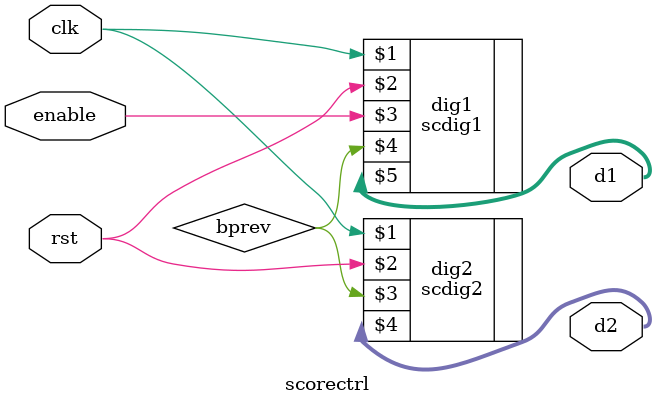
<source format=v>
module scorectrl(clk, rst, enable, d1, d2);
input clk, rst, enable;
output [3:0]d1, d2;
wire bprev;
scdig1 dig1(clk, rst, enable, bprev, d1);
scdig2 dig2(clk, rst, bprev, d2);
endmodule 
</source>
